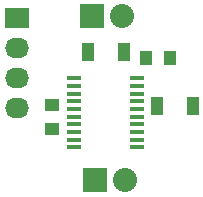
<source format=gbr>
G04 #@! TF.FileFunction,Soldermask,Top*
%FSLAX46Y46*%
G04 Gerber Fmt 4.6, Leading zero omitted, Abs format (unit mm)*
G04 Created by KiCad (PCBNEW 0.201506122246+5743~23~ubuntu14.10.1-product) date Sat 13 Jun 2015 11:54:28 PM EDT*
%MOMM*%
G01*
G04 APERTURE LIST*
%ADD10C,0.100000*%
%ADD11R,1.000000X1.250000*%
%ADD12R,1.000000X1.600000*%
%ADD13R,1.250000X1.000000*%
%ADD14R,2.032000X2.032000*%
%ADD15O,2.032000X2.032000*%
%ADD16R,2.032000X1.727200*%
%ADD17O,2.032000X1.727200*%
%ADD18R,1.270000X0.406400*%
G04 APERTURE END LIST*
D10*
D11*
X167656000Y-116179600D03*
X169656000Y-116179600D03*
D12*
X165774500Y-115633500D03*
X162774500Y-115633500D03*
D13*
X159702500Y-120158000D03*
X159702500Y-122158000D03*
D12*
X168616500Y-120205500D03*
X171616500Y-120205500D03*
D14*
X163068000Y-112623600D03*
D15*
X165608000Y-112623600D03*
D16*
X156718000Y-112712500D03*
D17*
X156718000Y-115252500D03*
X156718000Y-117792500D03*
X156718000Y-120332500D03*
D14*
X163322000Y-126492000D03*
D15*
X165862000Y-126492000D03*
D18*
X161544000Y-117856000D03*
X161544000Y-118491000D03*
X161544000Y-119151400D03*
X161544000Y-119811800D03*
X161544000Y-120446800D03*
X161544000Y-121107200D03*
X161544000Y-121767600D03*
X161544000Y-122402600D03*
X161544000Y-123063000D03*
X161544000Y-123698000D03*
X166878000Y-123698000D03*
X166878000Y-123063000D03*
X166878000Y-122402600D03*
X166878000Y-121767600D03*
X166878000Y-121107200D03*
X166878000Y-120446800D03*
X166878000Y-119811800D03*
X166878000Y-119151400D03*
X166878000Y-118491000D03*
X166878000Y-117856000D03*
M02*

</source>
